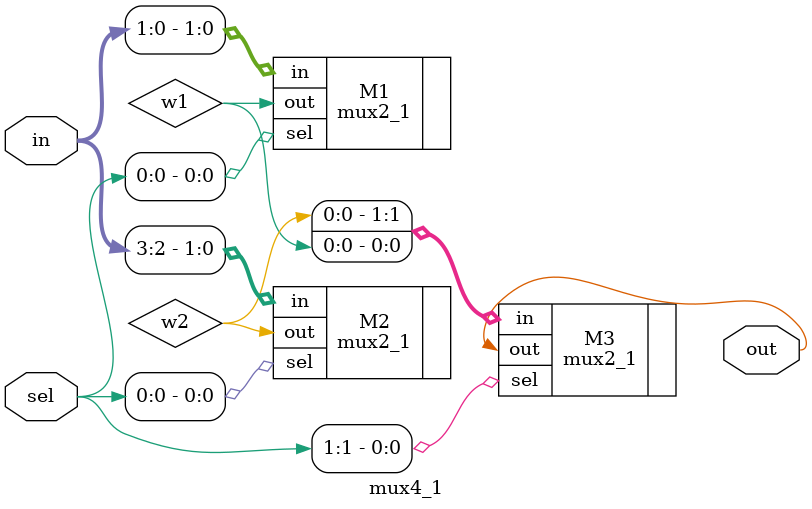
<source format=v>

module mux4_1(
  in,sel,out
);
  input[3:0] in;
  input[1:0] sel;
  output out;

  //assign out = in[sel];
  wire w1,w2;

  mux2_1 M1(.in(in[1:0]),.sel(sel[0]),.out(w1));
  mux2_1 M2(.in(in[3:2]),.sel(sel[0]),.out(w2));
  mux2_1 M3(.in({w2,w1}),.sel(sel[1]),.out(out));
endmodule
</source>
